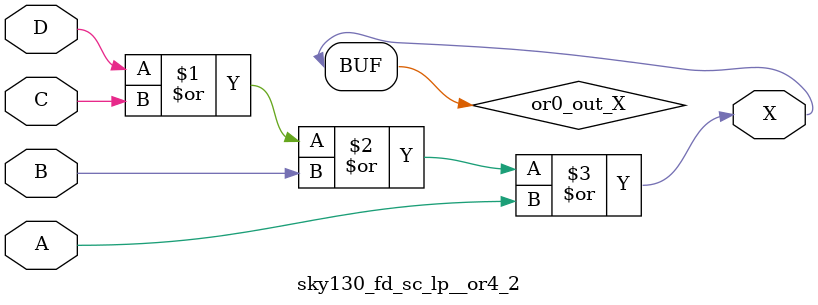
<source format=v>
/*
 * Copyright 2020 The SkyWater PDK Authors
 *
 * Licensed under the Apache License, Version 2.0 (the "License");
 * you may not use this file except in compliance with the License.
 * You may obtain a copy of the License at
 *
 *     https://www.apache.org/licenses/LICENSE-2.0
 *
 * Unless required by applicable law or agreed to in writing, software
 * distributed under the License is distributed on an "AS IS" BASIS,
 * WITHOUT WARRANTIES OR CONDITIONS OF ANY KIND, either express or implied.
 * See the License for the specific language governing permissions and
 * limitations under the License.
 *
 * SPDX-License-Identifier: Apache-2.0
*/


`ifndef SKY130_FD_SC_LP__OR4_2_FUNCTIONAL_V
`define SKY130_FD_SC_LP__OR4_2_FUNCTIONAL_V

/**
 * or4: 4-input OR.
 *
 * Verilog simulation functional model.
 */

`timescale 1ns / 1ps
`default_nettype none

`celldefine
module sky130_fd_sc_lp__or4_2 (
    X,
    A,
    B,
    C,
    D
);

    // Module ports
    output X;
    input  A;
    input  B;
    input  C;
    input  D;

    // Local signals
    wire or0_out_X;

    //  Name  Output     Other arguments
    or  or0  (or0_out_X, D, C, B, A     );
    buf buf0 (X        , or0_out_X      );

endmodule
`endcelldefine

`default_nettype wire
`endif  // SKY130_FD_SC_LP__OR4_2_FUNCTIONAL_V

</source>
